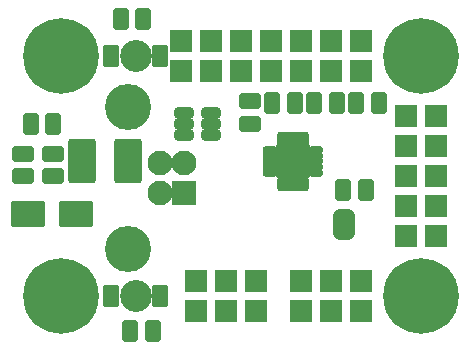
<source format=gbr>
%TF.GenerationSoftware,KiCad,Pcbnew,6.0.10+dfsg-1~bpo11+1*%
%TF.CreationDate,2023-02-08T23:56:59+00:00*%
%TF.ProjectId,USB232R02,55534232-3332-4523-9032-2e6b69636164,rev?*%
%TF.SameCoordinates,PX7f790e8PY698c050*%
%TF.FileFunction,Soldermask,Bot*%
%TF.FilePolarity,Negative*%
%FSLAX46Y46*%
G04 Gerber Fmt 4.6, Leading zero omitted, Abs format (unit mm)*
G04 Created by KiCad (PCBNEW 6.0.10+dfsg-1~bpo11+1) date 2023-02-08 23:56:59*
%MOMM*%
%LPD*%
G01*
G04 APERTURE LIST*
G04 Aperture macros list*
%AMRoundRect*
0 Rectangle with rounded corners*
0 $1 Rounding radius*
0 $2 $3 $4 $5 $6 $7 $8 $9 X,Y pos of 4 corners*
0 Add a 4 corners polygon primitive as box body*
4,1,4,$2,$3,$4,$5,$6,$7,$8,$9,$2,$3,0*
0 Add four circle primitives for the rounded corners*
1,1,$1+$1,$2,$3*
1,1,$1+$1,$4,$5*
1,1,$1+$1,$6,$7*
1,1,$1+$1,$8,$9*
0 Add four rect primitives between the rounded corners*
20,1,$1+$1,$2,$3,$4,$5,0*
20,1,$1+$1,$4,$5,$6,$7,0*
20,1,$1+$1,$6,$7,$8,$9,0*
20,1,$1+$1,$8,$9,$2,$3,0*%
%AMFreePoly0*
4,1,41,0.586777,0.930194,0.656366,0.874698,0.694986,0.794504,0.700000,0.750000,0.700000,-0.750000,0.680194,-0.836777,0.624698,-0.906366,0.544504,-0.944986,0.500000,-0.950000,0.000000,-0.950000,-0.023504,-0.944635,-0.083606,-0.943534,-0.139582,-0.934468,-0.274897,-0.892193,-0.326080,-0.867780,-0.444090,-0.789225,-0.486362,-0.751429,-0.577582,-0.642910,-0.607548,-0.594768,-0.664643,-0.465009,
-0.679893,-0.410393,-0.697476,-0.275933,-0.697084,-0.275882,-0.700000,-0.250000,-0.700000,0.250000,-0.697921,0.259109,-0.697582,0.286880,-0.675771,0.426957,-0.659192,0.481183,-0.598944,0.609508,-0.567811,0.656904,-0.473967,0.763162,-0.430783,0.799915,-0.310888,0.875563,-0.259125,0.898717,-0.122818,0.937674,-0.066635,0.945370,-0.042411,0.945222,0.000000,0.950000,0.500000,0.950000,
0.586777,0.930194,0.586777,0.930194,$1*%
%AMFreePoly1*
4,1,41,0.022678,0.944824,0.075125,0.944504,0.131210,0.936123,0.267031,0.895504,0.318507,0.871718,0.437469,0.794611,0.480202,0.757333,0.572740,0.649936,0.603290,0.602165,0.661967,0.473113,0.677883,0.418686,0.697980,0.278353,0.700000,0.250000,0.700000,-0.250000,0.699985,-0.252439,0.699836,-0.264655,0.697079,-0.295398,0.673559,-0.435199,0.656318,-0.489221,0.594506,-0.616800,
0.562797,-0.663810,0.467662,-0.768914,0.424032,-0.805137,0.303222,-0.879314,0.251181,-0.901834,0.114408,-0.939123,0.058135,-0.946132,0.037663,-0.945757,0.000000,-0.950000,-0.500000,-0.950000,-0.586777,-0.930194,-0.656366,-0.874698,-0.694986,-0.794504,-0.700000,-0.750000,-0.700000,0.750000,-0.680194,0.836777,-0.624698,0.906366,-0.544504,0.944986,-0.500000,0.950000,0.000000,0.950000,
0.022678,0.944824,0.022678,0.944824,$1*%
G04 Aperture macros list end*
%ADD10RoundRect,0.200000X0.850000X0.850000X-0.850000X0.850000X-0.850000X-0.850000X0.850000X-0.850000X0*%
%ADD11C,2.100000*%
%ADD12C,3.900000*%
%ADD13RoundRect,0.200000X-0.762000X-0.762000X0.762000X-0.762000X0.762000X0.762000X-0.762000X0.762000X0*%
%ADD14RoundRect,0.200000X0.762000X-0.762000X0.762000X0.762000X-0.762000X0.762000X-0.762000X-0.762000X0*%
%ADD15RoundRect,0.200000X-0.762000X0.762000X-0.762000X-0.762000X0.762000X-0.762000X0.762000X0.762000X0*%
%ADD16RoundRect,0.200000X0.762000X0.762000X-0.762000X0.762000X-0.762000X-0.762000X0.762000X-0.762000X0*%
%ADD17C,6.400000*%
%ADD18RoundRect,0.200000X-0.444500X-0.698500X0.444500X-0.698500X0.444500X0.698500X-0.444500X0.698500X0*%
%ADD19RoundRect,0.200000X0.698500X-0.444500X0.698500X0.444500X-0.698500X0.444500X-0.698500X-0.444500X0*%
%ADD20RoundRect,0.200000X-0.698500X0.444500X-0.698500X-0.444500X0.698500X-0.444500X0.698500X0.444500X0*%
%ADD21RoundRect,0.200000X0.444500X0.698500X-0.444500X0.698500X-0.444500X-0.698500X0.444500X-0.698500X0*%
%ADD22RoundRect,0.262500X0.062500X-0.350000X0.062500X0.350000X-0.062500X0.350000X-0.062500X-0.350000X0*%
%ADD23RoundRect,0.262500X0.350000X-0.062500X0.350000X0.062500X-0.350000X0.062500X-0.350000X-0.062500X0*%
%ADD24RoundRect,0.200000X1.250000X-1.250000X1.250000X1.250000X-1.250000X1.250000X-1.250000X-1.250000X0*%
%ADD25C,2.700000*%
%ADD26RoundRect,0.200000X-0.475000X-0.750000X0.475000X-0.750000X0.475000X0.750000X-0.475000X0.750000X0*%
%ADD27RoundRect,0.350000X0.512500X0.150000X-0.512500X0.150000X-0.512500X-0.150000X0.512500X-0.150000X0*%
%ADD28RoundRect,0.200000X1.250000X0.900000X-1.250000X0.900000X-1.250000X-0.900000X1.250000X-0.900000X0*%
%ADD29RoundRect,0.200000X0.950000X1.700000X-0.950000X1.700000X-0.950000X-1.700000X0.950000X-1.700000X0*%
%ADD30FreePoly0,270.000000*%
%ADD31FreePoly1,270.000000*%
G04 APERTURE END LIST*
D10*
%TO.C,J1*%
X10414000Y8763000D03*
D11*
X10414000Y11263000D03*
X8414000Y11263000D03*
X8414000Y8763000D03*
D12*
X5704000Y3993000D03*
X5704000Y16033000D03*
%TD*%
D13*
%TO.C,J17*%
X29210000Y5080000D03*
X31750000Y5080000D03*
%TD*%
%TO.C,J6*%
X29210000Y12700000D03*
X31750000Y12700000D03*
%TD*%
%TO.C,J5*%
X29210000Y15240000D03*
X31750000Y15240000D03*
%TD*%
D14*
%TO.C,J12*%
X15240000Y19050000D03*
X15240000Y21590000D03*
%TD*%
%TO.C,J3*%
X20320000Y-1270000D03*
X20320000Y1270000D03*
X22860000Y-1270000D03*
X22860000Y1270000D03*
X25400000Y-1270000D03*
X25400000Y1270000D03*
%TD*%
D13*
%TO.C,J14*%
X10160000Y21590000D03*
%TD*%
D15*
%TO.C,J13*%
X12700000Y21590000D03*
%TD*%
D13*
%TO.C,J8*%
X29210000Y10160000D03*
X31750000Y10160000D03*
%TD*%
D14*
%TO.C,J15*%
X10160000Y19050000D03*
%TD*%
%TO.C,J10*%
X17780000Y19050000D03*
X17780000Y21590000D03*
%TD*%
D13*
%TO.C,J7*%
X29210000Y7620000D03*
X31750000Y7620000D03*
%TD*%
D16*
%TO.C,J16*%
X12700000Y19050000D03*
%TD*%
D14*
%TO.C,J4*%
X25400000Y19050000D03*
X25400000Y21590000D03*
%TD*%
%TO.C,J11*%
X20320000Y19050000D03*
X20320000Y21590000D03*
%TD*%
%TO.C,J9*%
X22860000Y19050000D03*
X22860000Y21590000D03*
%TD*%
%TO.C,J2*%
X11430000Y-1270000D03*
X11430000Y1270000D03*
X13970000Y-1270000D03*
X13970000Y1270000D03*
X16510000Y-1270000D03*
X16510000Y1270000D03*
%TD*%
D17*
%TO.C,H3*%
X0Y0D03*
%TD*%
D18*
%TO.C,R3*%
X5080000Y23495000D03*
X6985000Y23495000D03*
%TD*%
D19*
%TO.C,C3*%
X16002000Y14605000D03*
X16002000Y16510000D03*
%TD*%
D20*
%TO.C,FB1*%
X-635000Y12065000D03*
X-635000Y10160000D03*
%TD*%
D17*
%TO.C,H4*%
X30480000Y0D03*
%TD*%
D21*
%TO.C,C1*%
X-635000Y14605000D03*
X-2540000Y14605000D03*
%TD*%
D18*
%TO.C,R2*%
X25019000Y16383000D03*
X26924000Y16383000D03*
%TD*%
D22*
%TO.C,U2*%
X20685000Y9492500D03*
X20185000Y9492500D03*
X19685000Y9492500D03*
X19185000Y9492500D03*
X18685000Y9492500D03*
D23*
X17747500Y10430000D03*
X17747500Y10930000D03*
X17747500Y11430000D03*
X17747500Y11930000D03*
X17747500Y12430000D03*
D22*
X18685000Y13367500D03*
X19185000Y13367500D03*
X19685000Y13367500D03*
X20185000Y13367500D03*
X20685000Y13367500D03*
D23*
X21622500Y12430000D03*
X21622500Y11930000D03*
X21622500Y11430000D03*
X21622500Y10930000D03*
X21622500Y10430000D03*
D24*
X19685000Y11430000D03*
%TD*%
D18*
%TO.C,R1*%
X21463000Y16383000D03*
X23368000Y16383000D03*
%TD*%
D25*
%TO.C,D2*%
X6350000Y20320000D03*
D26*
X8425000Y20320000D03*
X4275000Y20320000D03*
%TD*%
D21*
%TO.C,C4*%
X19812000Y16383000D03*
X17907000Y16383000D03*
%TD*%
D27*
%TO.C,U1*%
X12700000Y15555000D03*
X12700000Y14605000D03*
X12700000Y13655000D03*
X10425000Y13655000D03*
X10425000Y14605000D03*
X10425000Y15555000D03*
%TD*%
D17*
%TO.C,H1*%
X30480000Y20320000D03*
%TD*%
D19*
%TO.C,C2*%
X-3175000Y10160000D03*
X-3175000Y12065000D03*
%TD*%
D17*
%TO.C,H2*%
X0Y20320000D03*
%TD*%
D21*
%TO.C,C5*%
X25844500Y9017000D03*
X23939500Y9017000D03*
%TD*%
D28*
%TO.C,D1*%
X1270000Y6985000D03*
X-2730000Y6985000D03*
%TD*%
D29*
%TO.C,F1*%
X5715000Y11430000D03*
X1815000Y11430000D03*
%TD*%
D25*
%TO.C,D3*%
X6350000Y0D03*
D26*
X8425000Y0D03*
X4275000Y0D03*
%TD*%
D30*
%TO.C,JP1*%
X24003000Y6731000D03*
D31*
X24003000Y5431000D03*
%TD*%
D21*
%TO.C,R4*%
X7787500Y-2926000D03*
X5882500Y-2926000D03*
%TD*%
M02*

</source>
